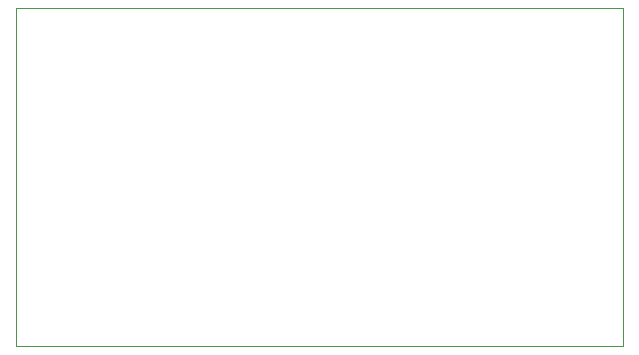
<source format=gbr>
G04 (created by PCBNEW (2013-07-07 BZR 4022)-stable) date 15/08/2017 00:06:55*
%MOIN*%
G04 Gerber Fmt 3.4, Leading zero omitted, Abs format*
%FSLAX34Y34*%
G01*
G70*
G90*
G04 APERTURE LIST*
%ADD10C,0.00590551*%
%ADD11C,0.00393701*%
G04 APERTURE END LIST*
G54D10*
G54D11*
X45250Y-9000D02*
X35000Y-9000D01*
X45250Y-20250D02*
X45250Y-9000D01*
X25000Y-20250D02*
X45250Y-20250D01*
X25000Y-20000D02*
X25000Y-20250D01*
X25000Y-9000D02*
X25000Y-20000D01*
X35000Y-9000D02*
X25000Y-9000D01*
M02*

</source>
